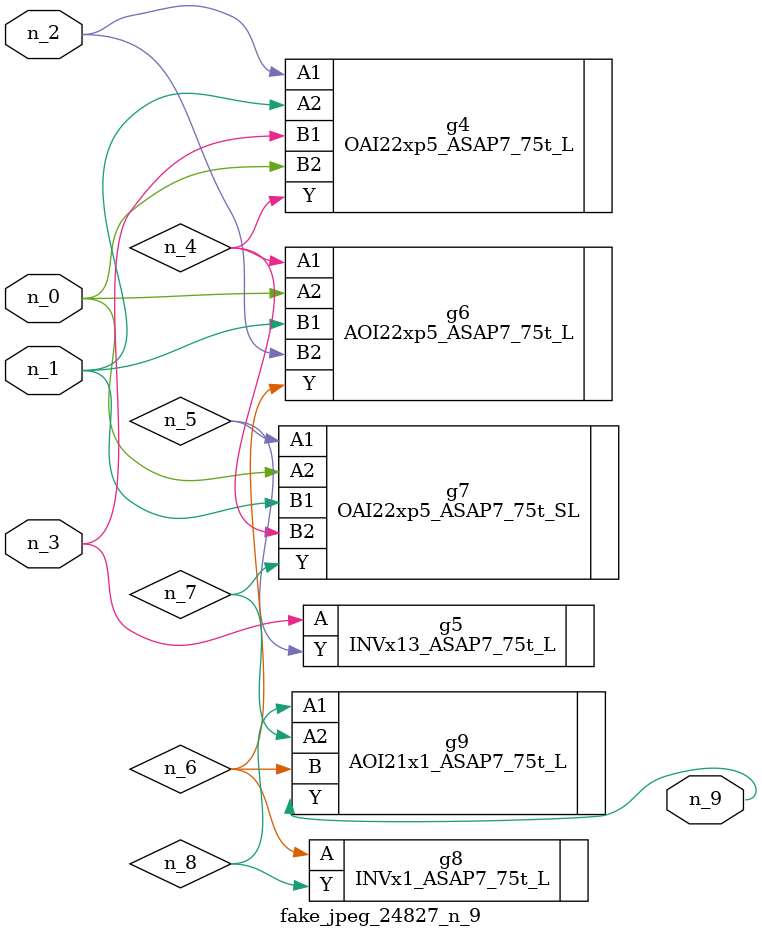
<source format=v>
module fake_jpeg_24827_n_9 (n_0, n_3, n_2, n_1, n_9);

input n_0;
input n_3;
input n_2;
input n_1;

output n_9;

wire n_4;
wire n_8;
wire n_6;
wire n_5;
wire n_7;

OAI22xp5_ASAP7_75t_L g4 ( 
.A1(n_2),
.A2(n_1),
.B1(n_3),
.B2(n_0),
.Y(n_4)
);

INVx13_ASAP7_75t_L g5 ( 
.A(n_3),
.Y(n_5)
);

AOI22xp5_ASAP7_75t_L g6 ( 
.A1(n_4),
.A2(n_0),
.B1(n_1),
.B2(n_2),
.Y(n_6)
);

INVx1_ASAP7_75t_L g8 ( 
.A(n_6),
.Y(n_8)
);

OAI22xp5_ASAP7_75t_SL g7 ( 
.A1(n_5),
.A2(n_0),
.B1(n_1),
.B2(n_4),
.Y(n_7)
);

AOI21x1_ASAP7_75t_L g9 ( 
.A1(n_8),
.A2(n_7),
.B(n_6),
.Y(n_9)
);


endmodule
</source>
